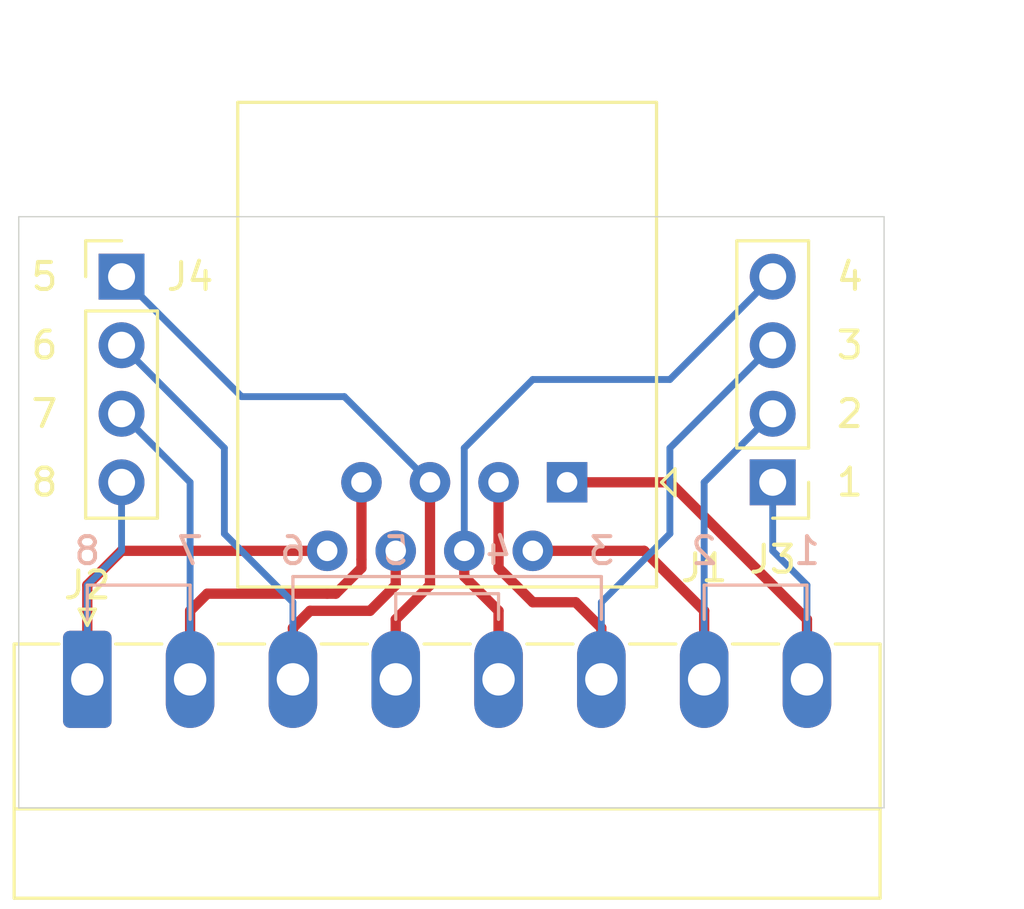
<source format=kicad_pcb>
(kicad_pcb (version 20171130) (host pcbnew "(5.1.5)-3")

  (general
    (thickness 1.6)
    (drawings 35)
    (tracks 57)
    (zones 0)
    (modules 4)
    (nets 9)
  )

  (page A4)
  (layers
    (0 F.Cu signal)
    (31 B.Cu signal)
    (32 B.Adhes user)
    (33 F.Adhes user)
    (34 B.Paste user)
    (35 F.Paste user)
    (36 B.SilkS user)
    (37 F.SilkS user)
    (38 B.Mask user)
    (39 F.Mask user)
    (40 Dwgs.User user)
    (41 Cmts.User user)
    (42 Eco1.User user)
    (43 Eco2.User user)
    (44 Edge.Cuts user)
    (45 Margin user)
    (46 B.CrtYd user)
    (47 F.CrtYd user)
    (48 B.Fab user hide)
    (49 F.Fab user hide)
  )

  (setup
    (last_trace_width 0.254)
    (user_trace_width 0.381)
    (trace_clearance 0.2032)
    (zone_clearance 0.508)
    (zone_45_only no)
    (trace_min 0.2)
    (via_size 0.762)
    (via_drill 0.381)
    (via_min_size 0.4)
    (via_min_drill 0.3)
    (uvia_size 0.3)
    (uvia_drill 0.1)
    (uvias_allowed no)
    (uvia_min_size 0.2)
    (uvia_min_drill 0.1)
    (edge_width 0.05)
    (segment_width 0.2)
    (pcb_text_width 0.3)
    (pcb_text_size 1.5 1.5)
    (mod_edge_width 0.12)
    (mod_text_size 1 1)
    (mod_text_width 0.15)
    (pad_size 1.524 1.524)
    (pad_drill 0.762)
    (pad_to_mask_clearance 0.051)
    (solder_mask_min_width 0.25)
    (aux_axis_origin 0 0)
    (grid_origin 148.2725 110.49)
    (visible_elements 7FFFFFFF)
    (pcbplotparams
      (layerselection 0x010fc_ffffffff)
      (usegerberextensions false)
      (usegerberattributes false)
      (usegerberadvancedattributes false)
      (creategerberjobfile false)
      (excludeedgelayer true)
      (linewidth 0.100000)
      (plotframeref false)
      (viasonmask false)
      (mode 1)
      (useauxorigin false)
      (hpglpennumber 1)
      (hpglpenspeed 20)
      (hpglpendiameter 15.000000)
      (psnegative false)
      (psa4output false)
      (plotreference true)
      (plotvalue true)
      (plotinvisibletext false)
      (padsonsilk false)
      (subtractmaskfromsilk false)
      (outputformat 1)
      (mirror false)
      (drillshape 1)
      (scaleselection 1)
      (outputdirectory ""))
  )

  (net 0 "")
  (net 1 /P8)
  (net 2 /P7)
  (net 3 /P6)
  (net 4 /P5)
  (net 5 /P4)
  (net 6 /P3)
  (net 7 /P2)
  (net 8 /P1)

  (net_class Default "This is the default net class."
    (clearance 0.2032)
    (trace_width 0.254)
    (via_dia 0.762)
    (via_drill 0.381)
    (uvia_dia 0.3)
    (uvia_drill 0.1)
    (add_net /P1)
    (add_net /P2)
    (add_net /P3)
    (add_net /P4)
    (add_net /P5)
    (add_net /P6)
    (add_net /P7)
    (add_net /P8)
  )

  (module Connector_PinHeader_2.54mm:PinHeader_1x04_P2.54mm_Vertical (layer F.Cu) (tedit 59FED5CC) (tstamp 5FF4814C)
    (at 152.0825 90.805)
    (descr "Through hole straight pin header, 1x04, 2.54mm pitch, single row")
    (tags "Through hole pin header THT 1x04 2.54mm single row")
    (path /5FF5E957)
    (fp_text reference J4 (at 2.54 0) (layer F.SilkS)
      (effects (font (size 1 1) (thickness 0.15)))
    )
    (fp_text value Conn_01x04_Male (at 0 9.95) (layer F.Fab)
      (effects (font (size 1 1) (thickness 0.15)))
    )
    (fp_text user %R (at 0 3.81 90) (layer F.Fab)
      (effects (font (size 1 1) (thickness 0.15)))
    )
    (fp_line (start 1.8 -1.8) (end -1.8 -1.8) (layer F.CrtYd) (width 0.05))
    (fp_line (start 1.8 9.4) (end 1.8 -1.8) (layer F.CrtYd) (width 0.05))
    (fp_line (start -1.8 9.4) (end 1.8 9.4) (layer F.CrtYd) (width 0.05))
    (fp_line (start -1.8 -1.8) (end -1.8 9.4) (layer F.CrtYd) (width 0.05))
    (fp_line (start -1.33 -1.33) (end 0 -1.33) (layer F.SilkS) (width 0.12))
    (fp_line (start -1.33 0) (end -1.33 -1.33) (layer F.SilkS) (width 0.12))
    (fp_line (start -1.33 1.27) (end 1.33 1.27) (layer F.SilkS) (width 0.12))
    (fp_line (start 1.33 1.27) (end 1.33 8.95) (layer F.SilkS) (width 0.12))
    (fp_line (start -1.33 1.27) (end -1.33 8.95) (layer F.SilkS) (width 0.12))
    (fp_line (start -1.33 8.95) (end 1.33 8.95) (layer F.SilkS) (width 0.12))
    (fp_line (start -1.27 -0.635) (end -0.635 -1.27) (layer F.Fab) (width 0.1))
    (fp_line (start -1.27 8.89) (end -1.27 -0.635) (layer F.Fab) (width 0.1))
    (fp_line (start 1.27 8.89) (end -1.27 8.89) (layer F.Fab) (width 0.1))
    (fp_line (start 1.27 -1.27) (end 1.27 8.89) (layer F.Fab) (width 0.1))
    (fp_line (start -0.635 -1.27) (end 1.27 -1.27) (layer F.Fab) (width 0.1))
    (pad 4 thru_hole oval (at 0 7.62) (size 1.7 1.7) (drill 1) (layers *.Cu *.Mask)
      (net 1 /P8))
    (pad 3 thru_hole oval (at 0 5.08) (size 1.7 1.7) (drill 1) (layers *.Cu *.Mask)
      (net 2 /P7))
    (pad 2 thru_hole oval (at 0 2.54) (size 1.7 1.7) (drill 1) (layers *.Cu *.Mask)
      (net 3 /P6))
    (pad 1 thru_hole rect (at 0 0) (size 1.7 1.7) (drill 1) (layers *.Cu *.Mask)
      (net 4 /P5))
    (model ${KISYS3DMOD}/Connector_PinHeader_2.54mm.3dshapes/PinHeader_1x04_P2.54mm_Vertical.wrl
      (at (xyz 0 0 0))
      (scale (xyz 1 1 1))
      (rotate (xyz 0 0 0))
    )
  )

  (module Connector_PinHeader_2.54mm:PinHeader_1x04_P2.54mm_Vertical (layer F.Cu) (tedit 59FED5CC) (tstamp 5FF48134)
    (at 176.2125 98.425 180)
    (descr "Through hole straight pin header, 1x04, 2.54mm pitch, single row")
    (tags "Through hole pin header THT 1x04 2.54mm single row")
    (path /5FF5D301)
    (fp_text reference J3 (at 0 -2.8575) (layer F.SilkS)
      (effects (font (size 1 1) (thickness 0.15)))
    )
    (fp_text value Conn_01x04_Male (at 0 9.95) (layer F.Fab)
      (effects (font (size 1 1) (thickness 0.15)))
    )
    (fp_text user %R (at 0 3.81 90) (layer F.Fab)
      (effects (font (size 1 1) (thickness 0.15)))
    )
    (fp_line (start 1.8 -1.8) (end -1.8 -1.8) (layer F.CrtYd) (width 0.05))
    (fp_line (start 1.8 9.4) (end 1.8 -1.8) (layer F.CrtYd) (width 0.05))
    (fp_line (start -1.8 9.4) (end 1.8 9.4) (layer F.CrtYd) (width 0.05))
    (fp_line (start -1.8 -1.8) (end -1.8 9.4) (layer F.CrtYd) (width 0.05))
    (fp_line (start -1.33 -1.33) (end 0 -1.33) (layer F.SilkS) (width 0.12))
    (fp_line (start -1.33 0) (end -1.33 -1.33) (layer F.SilkS) (width 0.12))
    (fp_line (start -1.33 1.27) (end 1.33 1.27) (layer F.SilkS) (width 0.12))
    (fp_line (start 1.33 1.27) (end 1.33 8.95) (layer F.SilkS) (width 0.12))
    (fp_line (start -1.33 1.27) (end -1.33 8.95) (layer F.SilkS) (width 0.12))
    (fp_line (start -1.33 8.95) (end 1.33 8.95) (layer F.SilkS) (width 0.12))
    (fp_line (start -1.27 -0.635) (end -0.635 -1.27) (layer F.Fab) (width 0.1))
    (fp_line (start -1.27 8.89) (end -1.27 -0.635) (layer F.Fab) (width 0.1))
    (fp_line (start 1.27 8.89) (end -1.27 8.89) (layer F.Fab) (width 0.1))
    (fp_line (start 1.27 -1.27) (end 1.27 8.89) (layer F.Fab) (width 0.1))
    (fp_line (start -0.635 -1.27) (end 1.27 -1.27) (layer F.Fab) (width 0.1))
    (pad 4 thru_hole oval (at 0 7.62 180) (size 1.7 1.7) (drill 1) (layers *.Cu *.Mask)
      (net 5 /P4))
    (pad 3 thru_hole oval (at 0 5.08 180) (size 1.7 1.7) (drill 1) (layers *.Cu *.Mask)
      (net 6 /P3))
    (pad 2 thru_hole oval (at 0 2.54 180) (size 1.7 1.7) (drill 1) (layers *.Cu *.Mask)
      (net 7 /P2))
    (pad 1 thru_hole rect (at 0 0 180) (size 1.7 1.7) (drill 1) (layers *.Cu *.Mask)
      (net 8 /P1))
    (model ${KISYS3DMOD}/Connector_PinHeader_2.54mm.3dshapes/PinHeader_1x04_P2.54mm_Vertical.wrl
      (at (xyz 0 0 0))
      (scale (xyz 1 1 1))
      (rotate (xyz 0 0 0))
    )
  )

  (module Connector_Phoenix_MC:PhoenixContact_MC_1,5_8-G-3.81_1x08_P3.81mm_Horizontal (layer F.Cu) (tedit 5B784ED1) (tstamp 5FF45056)
    (at 150.8125 105.7275)
    (descr "Generic Phoenix Contact connector footprint for: MC_1,5/8-G-3.81; number of pins: 08; pin pitch: 3.81mm; Angled || order number: 1803332 8A 160V")
    (tags "phoenix_contact connector MC_01x08_G_3.81mm")
    (path /5FF5972F)
    (fp_text reference J2 (at 0 -3.4925) (layer F.SilkS)
      (effects (font (size 1 1) (thickness 0.15)))
    )
    (fp_text value Conn_01x08_Female (at 13.33 9.2) (layer F.Fab)
      (effects (font (size 1 1) (thickness 0.15)))
    )
    (fp_text user %R (at 13.33 -0.5) (layer F.Fab)
      (effects (font (size 1 1) (thickness 0.15)))
    )
    (fp_line (start 0 0) (end -0.8 -1.2) (layer F.Fab) (width 0.1))
    (fp_line (start 0.8 -1.2) (end 0 0) (layer F.Fab) (width 0.1))
    (fp_line (start -0.3 -2.6) (end 0.3 -2.6) (layer F.SilkS) (width 0.12))
    (fp_line (start 0 -2) (end -0.3 -2.6) (layer F.SilkS) (width 0.12))
    (fp_line (start 0.3 -2.6) (end 0 -2) (layer F.SilkS) (width 0.12))
    (fp_line (start 29.77 -2.3) (end -3.21 -2.3) (layer F.CrtYd) (width 0.05))
    (fp_line (start 29.77 8.5) (end 29.77 -2.3) (layer F.CrtYd) (width 0.05))
    (fp_line (start -3.21 8.5) (end 29.77 8.5) (layer F.CrtYd) (width 0.05))
    (fp_line (start -3.21 -2.3) (end -3.21 8.5) (layer F.CrtYd) (width 0.05))
    (fp_line (start -2.71 4.8) (end 29.38 4.8) (layer F.SilkS) (width 0.12))
    (fp_line (start 29.27 -1.2) (end -2.6 -1.2) (layer F.Fab) (width 0.1))
    (fp_line (start 29.27 8) (end 29.27 -1.2) (layer F.Fab) (width 0.1))
    (fp_line (start -2.6 8) (end 29.27 8) (layer F.Fab) (width 0.1))
    (fp_line (start -2.6 -1.2) (end -2.6 8) (layer F.Fab) (width 0.1))
    (fp_line (start 23.91 -1.31) (end 25.62 -1.31) (layer F.SilkS) (width 0.12))
    (fp_line (start 20.1 -1.31) (end 21.81 -1.31) (layer F.SilkS) (width 0.12))
    (fp_line (start 16.29 -1.31) (end 18 -1.31) (layer F.SilkS) (width 0.12))
    (fp_line (start 12.48 -1.31) (end 14.19 -1.31) (layer F.SilkS) (width 0.12))
    (fp_line (start 8.67 -1.31) (end 10.38 -1.31) (layer F.SilkS) (width 0.12))
    (fp_line (start 4.86 -1.31) (end 6.57 -1.31) (layer F.SilkS) (width 0.12))
    (fp_line (start 1.05 -1.31) (end 2.76 -1.31) (layer F.SilkS) (width 0.12))
    (fp_line (start 29.38 -1.31) (end 27.72 -1.31) (layer F.SilkS) (width 0.12))
    (fp_line (start -2.71 -1.31) (end -1.05 -1.31) (layer F.SilkS) (width 0.12))
    (fp_line (start 29.38 8.11) (end 29.38 -1.31) (layer F.SilkS) (width 0.12))
    (fp_line (start -2.71 8.11) (end 29.38 8.11) (layer F.SilkS) (width 0.12))
    (fp_line (start -2.71 -1.31) (end -2.71 8.11) (layer F.SilkS) (width 0.12))
    (pad 8 thru_hole oval (at 26.67 0) (size 1.8 3.6) (drill 1.2) (layers *.Cu *.Mask)
      (net 8 /P1))
    (pad 7 thru_hole oval (at 22.86 0) (size 1.8 3.6) (drill 1.2) (layers *.Cu *.Mask)
      (net 7 /P2))
    (pad 6 thru_hole oval (at 19.05 0) (size 1.8 3.6) (drill 1.2) (layers *.Cu *.Mask)
      (net 6 /P3))
    (pad 5 thru_hole oval (at 15.24 0) (size 1.8 3.6) (drill 1.2) (layers *.Cu *.Mask)
      (net 5 /P4))
    (pad 4 thru_hole oval (at 11.43 0) (size 1.8 3.6) (drill 1.2) (layers *.Cu *.Mask)
      (net 4 /P5))
    (pad 3 thru_hole oval (at 7.62 0) (size 1.8 3.6) (drill 1.2) (layers *.Cu *.Mask)
      (net 3 /P6))
    (pad 2 thru_hole oval (at 3.81 0) (size 1.8 3.6) (drill 1.2) (layers *.Cu *.Mask)
      (net 2 /P7))
    (pad 1 thru_hole roundrect (at 0 0) (size 1.8 3.6) (drill 1.2) (layers *.Cu *.Mask) (roundrect_rratio 0.138889)
      (net 1 /P8))
    (model ${KISYS3DMOD}/Connector_Phoenix_MC.3dshapes/PhoenixContact_MC_1,5_8-G-3.81_1x08_P3.81mm_Horizontal.wrl
      (at (xyz 0 0 0))
      (scale (xyz 1 1 1))
      (rotate (xyz 0 0 0))
    )
  )

  (module Connector_RJ:RJ45_Amphenol_54602-x08_Horizontal (layer F.Cu) (tedit 5B103613) (tstamp 5FF437F4)
    (at 168.5925 98.425 180)
    (descr "8 Pol Shallow Latch Connector, Modjack, RJ45 (https://cdn.amphenol-icc.com/media/wysiwyg/files/drawing/c-bmj-0102.pdf)")
    (tags RJ45)
    (path /5FF45130)
    (fp_text reference J1 (at -5.08 -3.175) (layer F.SilkS)
      (effects (font (size 1 1) (thickness 0.15)))
    )
    (fp_text value RJ45 (at 4.445 4) (layer F.Fab)
      (effects (font (size 1 1) (thickness 0.15)))
    )
    (fp_line (start 12.6 14.47) (end -3.71 14.47) (layer F.CrtYd) (width 0.05))
    (fp_line (start 12.6 14.47) (end 12.6 -4.27) (layer F.CrtYd) (width 0.05))
    (fp_line (start -3.71 -4.27) (end -3.71 14.47) (layer F.CrtYd) (width 0.05))
    (fp_line (start -3.71 -4.27) (end 12.6 -4.27) (layer F.CrtYd) (width 0.05))
    (fp_line (start -3.315 -3.88) (end -3.315 14.08) (layer F.SilkS) (width 0.12))
    (fp_line (start 12.205 -3.88) (end -3.315 -3.88) (layer F.SilkS) (width 0.12))
    (fp_line (start 12.205 -3.88) (end 12.205 14.08) (layer F.SilkS) (width 0.12))
    (fp_line (start -3.315 14.08) (end 12.205 14.08) (layer F.SilkS) (width 0.12))
    (fp_line (start -3.205 -2.77) (end -2.205 -3.77) (layer F.Fab) (width 0.12))
    (fp_line (start -2.205 -3.77) (end 12.095 -3.77) (layer F.Fab) (width 0.12))
    (fp_line (start 12.095 -3.77) (end 12.095 13.97) (layer F.Fab) (width 0.12))
    (fp_line (start 12.095 13.97) (end -3.205 13.97) (layer F.Fab) (width 0.12))
    (fp_line (start -3.205 13.97) (end -3.205 -2.77) (layer F.Fab) (width 0.12))
    (fp_line (start -3.5 0) (end -4 -0.5) (layer F.SilkS) (width 0.12))
    (fp_line (start -4 -0.5) (end -4 0.5) (layer F.SilkS) (width 0.12))
    (fp_line (start -4 0.5) (end -3.5 0) (layer F.SilkS) (width 0.12))
    (fp_text user %R (at 4.445 2) (layer F.Fab)
      (effects (font (size 1 1) (thickness 0.15)))
    )
    (pad 8 thru_hole circle (at 8.89 -2.54 180) (size 1.5 1.5) (drill 0.76) (layers *.Cu *.Mask)
      (net 1 /P8))
    (pad 7 thru_hole circle (at 7.62 0 180) (size 1.5 1.5) (drill 0.76) (layers *.Cu *.Mask)
      (net 2 /P7))
    (pad 6 thru_hole circle (at 6.35 -2.54 180) (size 1.5 1.5) (drill 0.76) (layers *.Cu *.Mask)
      (net 3 /P6))
    (pad 5 thru_hole circle (at 5.08 0 180) (size 1.5 1.5) (drill 0.76) (layers *.Cu *.Mask)
      (net 4 /P5))
    (pad 4 thru_hole circle (at 3.81 -2.54 180) (size 1.5 1.5) (drill 0.76) (layers *.Cu *.Mask)
      (net 5 /P4))
    (pad 3 thru_hole circle (at 2.54 0 180) (size 1.5 1.5) (drill 0.76) (layers *.Cu *.Mask)
      (net 6 /P3))
    (pad 2 thru_hole circle (at 1.27 -2.54 180) (size 1.5 1.5) (drill 0.76) (layers *.Cu *.Mask)
      (net 7 /P2))
    (pad 1 thru_hole rect (at 0 0 180) (size 1.5 1.5) (drill 0.76) (layers *.Cu *.Mask)
      (net 8 /P1))
    (pad "" np_thru_hole circle (at -1.27 6.35 180) (size 3.2 3.2) (drill 3.2) (layers *.Cu *.Mask))
    (pad "" np_thru_hole circle (at 10.16 6.35 180) (size 3.2 3.2) (drill 3.2) (layers *.Cu *.Mask))
    (model ${KISYS3DMOD}/Connector_RJ.3dshapes/RJ45_Amphenol_54602-x08_Horizontal.wrl
      (at (xyz 0 0 0))
      (scale (xyz 1 1 1))
      (rotate (xyz 0 0 0))
    )
  )

  (gr_text 8 (at 149.225 98.425) (layer F.SilkS)
    (effects (font (size 1 1) (thickness 0.15)))
  )
  (gr_text 7 (at 149.225 95.885) (layer F.SilkS)
    (effects (font (size 1 1) (thickness 0.15)))
  )
  (gr_text 6 (at 149.225 93.345) (layer F.SilkS)
    (effects (font (size 1 1) (thickness 0.15)))
  )
  (gr_text 5 (at 149.225 90.805) (layer F.SilkS)
    (effects (font (size 1 1) (thickness 0.15)))
  )
  (gr_text 4 (at 179.07 90.805) (layer F.SilkS)
    (effects (font (size 1 1) (thickness 0.15)))
  )
  (gr_text 3 (at 179.07 93.345) (layer F.SilkS)
    (effects (font (size 1 1) (thickness 0.15)))
  )
  (gr_text 2 (at 179.07 95.885) (layer F.SilkS)
    (effects (font (size 1 1) (thickness 0.15)))
  )
  (gr_text 1 (at 179.07 98.425) (layer F.SilkS)
    (effects (font (size 1 1) (thickness 0.15)))
  )
  (gr_text 8 (at 150.8125 100.965) (layer B.SilkS)
    (effects (font (size 1 1) (thickness 0.15)) (justify mirror))
  )
  (gr_text 7 (at 154.6225 100.965) (layer B.SilkS)
    (effects (font (size 1 1) (thickness 0.15)) (justify mirror))
  )
  (gr_text 6 (at 158.4325 100.965) (layer B.SilkS)
    (effects (font (size 1 1) (thickness 0.15)) (justify mirror))
  )
  (gr_text 5 (at 162.2425 100.965) (layer B.SilkS)
    (effects (font (size 1 1) (thickness 0.15)) (justify mirror))
  )
  (gr_text 4 (at 166.0525 100.965) (layer B.SilkS)
    (effects (font (size 1 1) (thickness 0.15)) (justify mirror))
  )
  (gr_text 3 (at 169.8625 100.965) (layer B.SilkS)
    (effects (font (size 1 1) (thickness 0.15)) (justify mirror))
  )
  (gr_text 2 (at 173.6725 100.965) (layer B.SilkS)
    (effects (font (size 1 1) (thickness 0.15)) (justify mirror))
  )
  (gr_text 1 (at 177.4825 100.965) (layer B.SilkS)
    (effects (font (size 1 1) (thickness 0.15)) (justify mirror))
  )
  (gr_line (start 169.8625 101.9175) (end 169.8625 103.505) (layer B.SilkS) (width 0.12))
  (gr_line (start 158.4325 101.9175) (end 169.8625 101.9175) (layer B.SilkS) (width 0.12))
  (gr_line (start 158.4325 103.505) (end 158.4325 101.9175) (layer B.SilkS) (width 0.12))
  (gr_line (start 166.0525 102.5525) (end 166.0525 103.505) (layer B.SilkS) (width 0.12))
  (gr_line (start 162.2425 102.5525) (end 166.0525 102.5525) (layer B.SilkS) (width 0.12))
  (gr_line (start 162.2425 103.505) (end 162.2425 102.5525) (layer B.SilkS) (width 0.12))
  (gr_line (start 154.6225 102.235) (end 154.6225 103.505) (layer B.SilkS) (width 0.12))
  (gr_line (start 150.8125 102.235) (end 154.6225 102.235) (layer B.SilkS) (width 0.12))
  (gr_line (start 150.8125 103.505) (end 150.8125 102.235) (layer B.SilkS) (width 0.12))
  (gr_line (start 177.4825 102.235) (end 177.4825 103.505) (layer B.SilkS) (width 0.12))
  (gr_line (start 173.6725 102.235) (end 177.4825 102.235) (layer B.SilkS) (width 0.12))
  (gr_line (start 173.6725 103.505) (end 173.6725 102.235) (layer B.SilkS) (width 0.12))
  (dimension 32.0675 (width 0.15) (layer Dwgs.User)
    (gr_text "1.2625 in" (at 164.30625 81.25) (layer Dwgs.User)
      (effects (font (size 1 1) (thickness 0.15)))
    )
    (feature1 (pts (xy 148.2725 88.5825) (xy 148.2725 81.963579)))
    (feature2 (pts (xy 180.34 88.5825) (xy 180.34 81.963579)))
    (crossbar (pts (xy 180.34 82.55) (xy 148.2725 82.55)))
    (arrow1a (pts (xy 148.2725 82.55) (xy 149.399004 81.963579)))
    (arrow1b (pts (xy 148.2725 82.55) (xy 149.399004 83.136421)))
    (arrow2a (pts (xy 180.34 82.55) (xy 179.213496 81.963579)))
    (arrow2b (pts (xy 180.34 82.55) (xy 179.213496 83.136421)))
  )
  (dimension 21.9075 (width 0.15) (layer Dwgs.User)
    (gr_text "0.8625 in" (at 184.18 99.53625 90) (layer Dwgs.User)
      (effects (font (size 1 1) (thickness 0.15)))
    )
    (feature1 (pts (xy 180.34 88.5825) (xy 183.466421 88.5825)))
    (feature2 (pts (xy 180.34 110.49) (xy 183.466421 110.49)))
    (crossbar (pts (xy 182.88 110.49) (xy 182.88 88.5825)))
    (arrow1a (pts (xy 182.88 88.5825) (xy 183.466421 89.709004)))
    (arrow1b (pts (xy 182.88 88.5825) (xy 182.293579 89.709004)))
    (arrow2a (pts (xy 182.88 110.49) (xy 183.466421 109.363496)))
    (arrow2b (pts (xy 182.88 110.49) (xy 182.293579 109.363496)))
  )
  (gr_line (start 180.34 88.5825) (end 180.34 110.49) (layer Edge.Cuts) (width 0.05) (tstamp 5FF45219))
  (gr_line (start 148.2725 88.5825) (end 180.34 88.5825) (layer Edge.Cuts) (width 0.05))
  (gr_line (start 148.2725 110.49) (end 148.2725 88.5825) (layer Edge.Cuts) (width 0.05))
  (gr_line (start 180.34 110.49) (end 148.2725 110.49) (layer Edge.Cuts) (width 0.05))
  (gr_line (start 164.1475 88.5825) (end 164.1475 102.235) (layer Dwgs.User) (width 0.15))

  (segment (start 159.7025 100.965) (end 152.0825 100.965) (width 0.381) (layer F.Cu) (net 1))
  (segment (start 150.8125 102.235) (end 150.8125 105.7275) (width 0.381) (layer F.Cu) (net 1))
  (segment (start 152.0825 100.965) (end 150.8125 102.235) (width 0.381) (layer F.Cu) (net 1))
  (segment (start 150.8125 105.7275) (end 150.8125 102.235) (width 0.254) (layer B.Cu) (net 1))
  (segment (start 152.0825 100.965) (end 152.0825 98.425) (width 0.254) (layer B.Cu) (net 1))
  (segment (start 150.8125 102.235) (end 152.0825 100.965) (width 0.254) (layer B.Cu) (net 1))
  (segment (start 160.9725 98.425) (end 160.9725 101.2825) (width 0.381) (layer F.Cu) (net 2))
  (segment (start 159.7025 102.5525) (end 155.2575 102.5525) (width 0.381) (layer F.Cu) (net 2))
  (segment (start 154.6225 103.1875) (end 154.6225 105.7275) (width 0.381) (layer F.Cu) (net 2))
  (segment (start 155.2575 102.5525) (end 154.6225 103.1875) (width 0.381) (layer F.Cu) (net 2))
  (segment (start 160.02 102.5525) (end 159.7025 102.5525) (width 0.381) (layer F.Cu) (net 2))
  (segment (start 160.9725 101.2825) (end 160.9725 101.6) (width 0.381) (layer F.Cu) (net 2))
  (segment (start 160.9725 101.6) (end 160.02 102.5525) (width 0.381) (layer F.Cu) (net 2))
  (segment (start 154.6225 98.425) (end 152.0825 95.885) (width 0.254) (layer B.Cu) (net 2))
  (segment (start 154.6225 105.7275) (end 154.6225 98.425) (width 0.254) (layer B.Cu) (net 2))
  (segment (start 162.2425 100.965) (end 162.2425 102.235) (width 0.381) (layer F.Cu) (net 3))
  (segment (start 162.2425 102.235) (end 161.29 103.1875) (width 0.381) (layer F.Cu) (net 3))
  (segment (start 161.29 103.1875) (end 159.0675 103.1875) (width 0.381) (layer F.Cu) (net 3))
  (segment (start 158.4325 103.8225) (end 158.4325 105.7275) (width 0.381) (layer F.Cu) (net 3))
  (segment (start 159.0675 103.1875) (end 158.4325 103.8225) (width 0.381) (layer F.Cu) (net 3))
  (segment (start 155.8925 100.33) (end 155.8925 97.155) (width 0.254) (layer B.Cu) (net 3))
  (segment (start 155.8925 97.155) (end 152.0825 93.345) (width 0.254) (layer B.Cu) (net 3))
  (segment (start 158.4325 105.7275) (end 158.4325 102.87) (width 0.254) (layer B.Cu) (net 3))
  (segment (start 158.4325 102.87) (end 155.8925 100.33) (width 0.254) (layer B.Cu) (net 3))
  (segment (start 163.5125 98.425) (end 163.5125 102.235) (width 0.381) (layer F.Cu) (net 4))
  (segment (start 162.2425 103.505) (end 162.2425 105.7275) (width 0.381) (layer F.Cu) (net 4))
  (segment (start 163.5125 102.235) (end 162.2425 103.505) (width 0.381) (layer F.Cu) (net 4))
  (segment (start 163.5125 98.425) (end 160.3375 95.25) (width 0.254) (layer B.Cu) (net 4))
  (segment (start 156.5275 95.25) (end 152.0825 90.805) (width 0.254) (layer B.Cu) (net 4))
  (segment (start 160.3375 95.25) (end 156.5275 95.25) (width 0.254) (layer B.Cu) (net 4))
  (segment (start 164.7825 100.965) (end 164.7825 101.9175) (width 0.381) (layer F.Cu) (net 5))
  (segment (start 166.0525 103.1875) (end 166.0525 105.7275) (width 0.381) (layer F.Cu) (net 5))
  (segment (start 164.7825 101.9175) (end 166.0525 103.1875) (width 0.381) (layer F.Cu) (net 5))
  (segment (start 172.4025 94.615) (end 176.2125 90.805) (width 0.254) (layer B.Cu) (net 5))
  (segment (start 167.3225 94.615) (end 172.4025 94.615) (width 0.254) (layer B.Cu) (net 5))
  (segment (start 164.7825 100.965) (end 164.7825 97.155) (width 0.254) (layer B.Cu) (net 5))
  (segment (start 164.7825 97.155) (end 167.3225 94.615) (width 0.254) (layer B.Cu) (net 5))
  (segment (start 166.0525 98.425) (end 166.0525 101.6) (width 0.381) (layer F.Cu) (net 6))
  (segment (start 166.0525 101.6) (end 167.3225 102.87) (width 0.381) (layer F.Cu) (net 6))
  (segment (start 167.3225 102.87) (end 168.91 102.87) (width 0.381) (layer F.Cu) (net 6))
  (segment (start 169.8625 103.8225) (end 169.8625 105.7275) (width 0.381) (layer F.Cu) (net 6))
  (segment (start 168.91 102.87) (end 169.8625 103.8225) (width 0.381) (layer F.Cu) (net 6))
  (segment (start 172.4025 100.33) (end 172.4025 97.155) (width 0.254) (layer B.Cu) (net 6))
  (segment (start 169.8625 105.7275) (end 169.8625 102.87) (width 0.254) (layer B.Cu) (net 6))
  (segment (start 172.4025 97.155) (end 176.2125 93.345) (width 0.254) (layer B.Cu) (net 6))
  (segment (start 169.8625 102.87) (end 172.4025 100.33) (width 0.254) (layer B.Cu) (net 6))
  (segment (start 167.3225 100.965) (end 171.45 100.965) (width 0.381) (layer F.Cu) (net 7))
  (segment (start 173.6725 103.1875) (end 173.6725 105.7275) (width 0.381) (layer F.Cu) (net 7))
  (segment (start 171.45 100.965) (end 173.6725 103.1875) (width 0.381) (layer F.Cu) (net 7))
  (segment (start 173.6725 98.425) (end 176.2125 95.885) (width 0.254) (layer B.Cu) (net 7) (tstamp 5FF483B2))
  (segment (start 173.6725 105.7275) (end 173.6725 98.425) (width 0.254) (layer B.Cu) (net 7))
  (segment (start 177.4825 103.505) (end 177.4825 105.7275) (width 0.381) (layer F.Cu) (net 8))
  (segment (start 168.5925 98.425) (end 172.4025 98.425) (width 0.381) (layer F.Cu) (net 8))
  (segment (start 172.4025 98.425) (end 177.4825 103.505) (width 0.381) (layer F.Cu) (net 8))
  (segment (start 177.4825 105.7275) (end 177.4825 102.235) (width 0.254) (layer B.Cu) (net 8))
  (segment (start 176.2125 100.965) (end 176.2125 98.425) (width 0.254) (layer B.Cu) (net 8))
  (segment (start 177.4825 102.235) (end 176.2125 100.965) (width 0.254) (layer B.Cu) (net 8))

)

</source>
